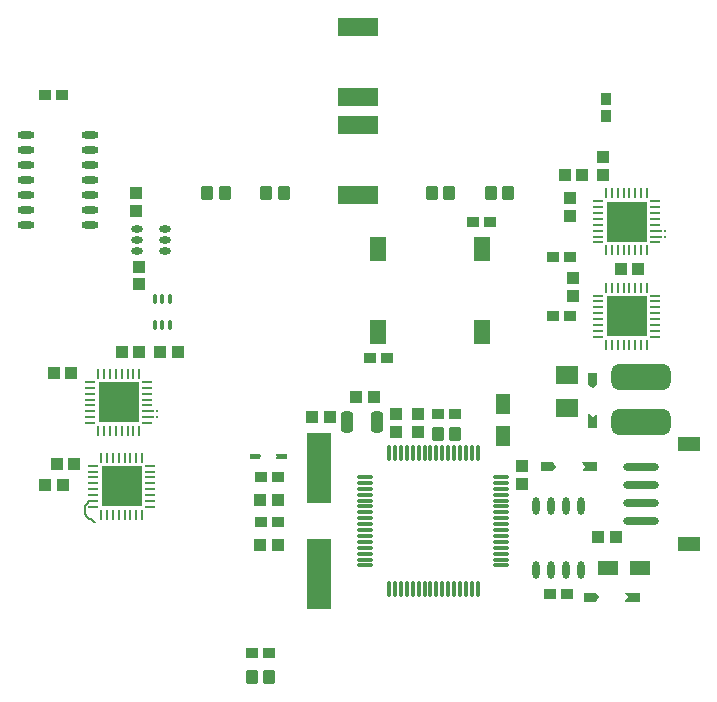
<source format=gbr>
%TF.GenerationSoftware,Altium Limited,Altium Designer,24.7.2 (38)*%
G04 Layer_Color=8421504*
%FSLAX45Y45*%
%MOMM*%
%TF.SameCoordinates,4E20714E-E0DB-4EF4-9D00-32C5CA98EF25*%
%TF.FilePolarity,Positive*%
%TF.FileFunction,Paste,Top*%
%TF.Part,Single*%
G01*
G75*
%TA.AperFunction,SMDPad,CuDef*%
%ADD10O,0.95000X0.25000*%
%ADD11O,0.25000X0.95000*%
%ADD12R,3.45000X3.45000*%
G04:AMPARAMS|DCode=13|XSize=5mm|YSize=2.15mm|CornerRadius=0.5375mm|HoleSize=0mm|Usage=FLASHONLY|Rotation=0.000|XOffset=0mm|YOffset=0mm|HoleType=Round|Shape=RoundedRectangle|*
%AMROUNDEDRECTD13*
21,1,5.00000,1.07500,0,0,0.0*
21,1,3.92500,2.15000,0,0,0.0*
1,1,1.07500,1.96250,-0.53750*
1,1,1.07500,-1.96250,-0.53750*
1,1,1.07500,-1.96250,0.53750*
1,1,1.07500,1.96250,0.53750*
%
%ADD13ROUNDEDRECTD13*%
%ADD14O,1.45000X0.60000*%
%ADD15O,1.40000X0.30000*%
%ADD16O,0.30000X1.40000*%
%ADD17R,3.35000X1.65000*%
%ADD20R,1.90000X1.50000*%
%ADD21R,1.00000X0.95000*%
%ADD22O,3.00000X0.70000*%
%ADD23R,1.90000X1.30000*%
%ADD24R,1.00000X1.05000*%
%ADD25R,2.00000X6.00000*%
%ADD26O,0.35000X0.85000*%
G04:AMPARAMS|DCode=27|XSize=1mm|YSize=1.2mm|CornerRadius=0.15mm|HoleSize=0mm|Usage=FLASHONLY|Rotation=0.000|XOffset=0mm|YOffset=0mm|HoleType=Round|Shape=RoundedRectangle|*
%AMROUNDEDRECTD27*
21,1,1.00000,0.90000,0,0,0.0*
21,1,0.70000,1.20000,0,0,0.0*
1,1,0.30000,0.35000,-0.45000*
1,1,0.30000,-0.35000,-0.45000*
1,1,0.30000,-0.35000,0.45000*
1,1,0.30000,0.35000,0.45000*
%
%ADD27ROUNDEDRECTD27*%
G04:AMPARAMS|DCode=28|XSize=1mm|YSize=1.8mm|CornerRadius=0.25mm|HoleSize=0mm|Usage=FLASHONLY|Rotation=180.000|XOffset=0mm|YOffset=0mm|HoleType=Round|Shape=RoundedRectangle|*
%AMROUNDEDRECTD28*
21,1,1.00000,1.30000,0,0,180.0*
21,1,0.50000,1.80000,0,0,180.0*
1,1,0.50000,-0.25000,0.65000*
1,1,0.50000,0.25000,0.65000*
1,1,0.50000,0.25000,-0.65000*
1,1,0.50000,-0.25000,-0.65000*
%
%ADD28ROUNDEDRECTD28*%
%ADD29R,1.40000X2.00000*%
%ADD30R,1.05000X1.00000*%
%ADD31R,0.16000X0.16000*%
%ADD32O,1.00000X0.60000*%
%ADD35O,0.60000X1.50000*%
%ADD38R,0.95000X1.00000*%
%TA.AperFunction,Conductor*%
%ADD41C,0.16000*%
G36*
X7577500Y5225001D02*
X7502500D01*
Y5325001D01*
X7577500D01*
Y5225001D01*
D02*
G37*
G36*
X7540000Y5200000D02*
X7502500Y5225000D01*
X7577500D01*
X7540000Y5200000D01*
D02*
G37*
G36*
X6840002Y4980802D02*
X6720002D01*
Y5150002D01*
X6840002D01*
Y4980802D01*
D02*
G37*
G36*
X7577500Y4955000D02*
X7540000D01*
X7567500Y4972500D01*
X7577500Y4980000D01*
Y4955000D01*
D02*
G37*
G36*
X7510000Y4975000D02*
X7540000Y4955000D01*
X7502500D01*
Y4980000D01*
X7510000Y4975000D01*
D02*
G37*
G36*
X7577500Y4854999D02*
X7502500D01*
Y4954999D01*
X7577500D01*
Y4854999D01*
D02*
G37*
G36*
X6840002Y4709998D02*
X6720002D01*
Y4879999D01*
X6840002D01*
Y4709998D01*
D02*
G37*
G36*
X4948748Y4600001D02*
X4868750D01*
Y4600000D01*
X4856250D01*
X4861250Y4607500D01*
X4868748Y4619997D01*
Y4620003D01*
X4861250Y4632500D01*
X4856250Y4640000D01*
X4868748D01*
Y4640001D01*
X4948748D01*
Y4600001D01*
D02*
G37*
G36*
X4718751Y4639997D02*
X4728750Y4620000D01*
X4718751Y4600003D01*
Y4600001D01*
X4718750D01*
X4718750Y4600000D01*
Y4600001D01*
X4638751D01*
Y4640001D01*
X4718751D01*
Y4639997D01*
D02*
G37*
G36*
X7475000Y4567499D02*
X7574999D01*
Y4492499D01*
X7474999D01*
Y4492500D01*
X7450000D01*
X7455000Y4500000D01*
X7474999Y4529998D01*
Y4530002D01*
X7457500Y4557500D01*
X7450000Y4567500D01*
X7475000D01*
Y4567499D01*
D02*
G37*
G36*
X7205001D02*
X7205002D01*
Y4567497D01*
X7230000Y4530000D01*
X7205002Y4492504D01*
Y4492499D01*
X7105002D01*
Y4567499D01*
X7205000D01*
Y4567500D01*
X7205001Y4567499D01*
D02*
G37*
G36*
X8019999Y3614999D02*
X7850799D01*
Y3734999D01*
X8019999D01*
Y3614999D01*
D02*
G37*
G36*
X7750001D02*
X7580000D01*
Y3734999D01*
X7750001D01*
Y3614999D01*
D02*
G37*
G36*
X7934998Y3387502D02*
X7835000D01*
Y3387500D01*
X7810000D01*
X7815000Y3395000D01*
X7834998Y3424997D01*
Y3425003D01*
X7817500Y3452500D01*
X7810000Y3462500D01*
X7834998D01*
Y3462502D01*
X7934998D01*
Y3387502D01*
D02*
G37*
G36*
X7565002Y3462497D02*
X7590000Y3425000D01*
X7565002Y3387503D01*
Y3387502D01*
X7565001D01*
X7565000Y3387500D01*
Y3387502D01*
X7465001D01*
Y3462502D01*
X7565002D01*
Y3462497D01*
D02*
G37*
D10*
X3285000Y5250000D02*
D03*
Y5200000D02*
D03*
Y5150000D02*
D03*
Y5100000D02*
D03*
Y5050000D02*
D03*
Y5000000D02*
D03*
Y4950000D02*
D03*
Y4900000D02*
D03*
X3765000D02*
D03*
Y4950000D02*
D03*
Y5000000D02*
D03*
Y5050000D02*
D03*
Y5100000D02*
D03*
Y5150000D02*
D03*
Y5200000D02*
D03*
Y5250000D02*
D03*
X3790000Y4540000D02*
D03*
Y4490000D02*
D03*
Y4440000D02*
D03*
Y4390000D02*
D03*
Y4340000D02*
D03*
Y4290000D02*
D03*
Y4240000D02*
D03*
Y4190000D02*
D03*
X3310000D02*
D03*
Y4240000D02*
D03*
Y4290000D02*
D03*
Y4340000D02*
D03*
Y4390000D02*
D03*
Y4440000D02*
D03*
Y4490000D02*
D03*
Y4540000D02*
D03*
X7585000Y6780000D02*
D03*
Y6730000D02*
D03*
Y6680000D02*
D03*
Y6630000D02*
D03*
Y6580000D02*
D03*
Y6530000D02*
D03*
Y6480000D02*
D03*
Y6430000D02*
D03*
X8065000D02*
D03*
Y6480000D02*
D03*
Y6530000D02*
D03*
Y6580000D02*
D03*
Y6630000D02*
D03*
Y6680000D02*
D03*
Y6730000D02*
D03*
Y6780000D02*
D03*
X8065000Y5980000D02*
D03*
Y5930000D02*
D03*
Y5880000D02*
D03*
Y5830000D02*
D03*
Y5780000D02*
D03*
Y5730000D02*
D03*
Y5680000D02*
D03*
Y5630000D02*
D03*
X7585000D02*
D03*
Y5680000D02*
D03*
Y5730000D02*
D03*
Y5780000D02*
D03*
Y5830000D02*
D03*
Y5880000D02*
D03*
Y5930000D02*
D03*
Y5980000D02*
D03*
D11*
X3350000Y4835000D02*
D03*
X3400000D02*
D03*
X3450000D02*
D03*
X3500000D02*
D03*
X3550000D02*
D03*
X3600000D02*
D03*
X3650000D02*
D03*
X3700000D02*
D03*
Y5315000D02*
D03*
X3650000D02*
D03*
X3600000D02*
D03*
X3550000D02*
D03*
X3500000D02*
D03*
X3450000D02*
D03*
X3400000D02*
D03*
X3350000D02*
D03*
X3375000Y4605000D02*
D03*
X3425000D02*
D03*
X3475000D02*
D03*
X3525000D02*
D03*
X3575000D02*
D03*
X3625000D02*
D03*
X3675000D02*
D03*
X3725000D02*
D03*
Y4125000D02*
D03*
X3675000D02*
D03*
X3625000D02*
D03*
X3575000D02*
D03*
X3525000D02*
D03*
X3475000D02*
D03*
X3425000D02*
D03*
X3375000D02*
D03*
X7650000Y6365000D02*
D03*
X7700000D02*
D03*
X7750000D02*
D03*
X7800000D02*
D03*
X7850000D02*
D03*
X7900000D02*
D03*
X7950000D02*
D03*
X8000000D02*
D03*
Y6845000D02*
D03*
X7950000D02*
D03*
X7900000D02*
D03*
X7850000D02*
D03*
X7800000D02*
D03*
X7750000D02*
D03*
X7700000D02*
D03*
X7650000D02*
D03*
X7650000Y6045000D02*
D03*
X7700000D02*
D03*
X7750000D02*
D03*
X7800000D02*
D03*
X7850000D02*
D03*
X7900000D02*
D03*
X7950000D02*
D03*
X8000000D02*
D03*
Y5565000D02*
D03*
X7950000D02*
D03*
X7900000D02*
D03*
X7850000D02*
D03*
X7800000D02*
D03*
X7750000D02*
D03*
X7700000D02*
D03*
X7650000D02*
D03*
D12*
X3525000Y5075000D02*
D03*
X3550000Y4365000D02*
D03*
X7825000Y6605000D02*
D03*
X7825000Y5805000D02*
D03*
D13*
X7950002Y4907498D02*
D03*
Y5292501D02*
D03*
D14*
X2737500Y7341001D02*
D03*
Y7214001D02*
D03*
Y7087001D02*
D03*
Y6960001D02*
D03*
Y6833001D02*
D03*
Y6706001D02*
D03*
Y6579001D02*
D03*
X3282498Y7341001D02*
D03*
Y7214001D02*
D03*
Y7087001D02*
D03*
Y6960001D02*
D03*
Y6833001D02*
D03*
Y6706001D02*
D03*
Y6579001D02*
D03*
D15*
X5615000Y4445000D02*
D03*
Y4395003D02*
D03*
Y4345000D02*
D03*
Y4294998D02*
D03*
Y4245000D02*
D03*
Y4194998D02*
D03*
Y4145001D02*
D03*
Y4094998D02*
D03*
Y4045001D02*
D03*
Y3994998D02*
D03*
Y3945001D02*
D03*
Y3894999D02*
D03*
Y3845001D02*
D03*
Y3794999D02*
D03*
Y3745001D02*
D03*
Y3694999D02*
D03*
X6765000D02*
D03*
Y3745001D02*
D03*
Y3794999D02*
D03*
Y3845001D02*
D03*
Y3894999D02*
D03*
Y3945001D02*
D03*
Y3994998D02*
D03*
Y4045001D02*
D03*
Y4094998D02*
D03*
Y4145001D02*
D03*
Y4194998D02*
D03*
Y4245000D02*
D03*
Y4294998D02*
D03*
Y4345000D02*
D03*
Y4395003D02*
D03*
Y4445000D02*
D03*
D16*
X5815000Y3494999D02*
D03*
X5865002D02*
D03*
X5915000D02*
D03*
X5965002D02*
D03*
X6014999D02*
D03*
X6065002D02*
D03*
X6114999D02*
D03*
X6165002D02*
D03*
X6214999D02*
D03*
X6265001D02*
D03*
X6314999D02*
D03*
X6365001D02*
D03*
X6414999D02*
D03*
X6465001D02*
D03*
X6514998D02*
D03*
X6565001D02*
D03*
Y4645000D02*
D03*
X6514998D02*
D03*
X6465001D02*
D03*
X6414999D02*
D03*
X6365001D02*
D03*
X6314999D02*
D03*
X6265001D02*
D03*
X6214999D02*
D03*
X6165002D02*
D03*
X6114999D02*
D03*
X6065002D02*
D03*
X6014999D02*
D03*
X5965002D02*
D03*
X5915000D02*
D03*
X5865002D02*
D03*
X5815000D02*
D03*
D17*
X5550002Y8257499D02*
D03*
Y7662499D02*
D03*
Y7422500D02*
D03*
Y6827500D02*
D03*
D20*
X7324999Y5024999D02*
D03*
Y5304998D02*
D03*
D21*
X4797501Y2950002D02*
D03*
X4727499Y4060002D02*
D03*
X4872502D02*
D03*
X6372499Y4980000D02*
D03*
X6227501D02*
D03*
X6527500Y6600002D02*
D03*
X6672499D02*
D03*
X4652498Y2950002D02*
D03*
X4726249Y4440001D02*
D03*
X4871253D02*
D03*
X5797499Y5450002D02*
D03*
X5652501D02*
D03*
X7322500Y3450001D02*
D03*
X7177502D02*
D03*
X7202500Y6305001D02*
D03*
X7347499D02*
D03*
X7205000Y5805002D02*
D03*
X7349998D02*
D03*
X3047502Y7675001D02*
D03*
X2902499D02*
D03*
D22*
X7950002Y4374998D02*
D03*
Y4525000D02*
D03*
Y4074998D02*
D03*
Y4225000D02*
D03*
D23*
X8350001Y4720001D02*
D03*
Y3880002D02*
D03*
D24*
X5875000Y4824999D02*
D03*
Y4975001D02*
D03*
X6059998Y4824999D02*
D03*
Y4975001D02*
D03*
X3674999Y6700002D02*
D03*
Y6849999D02*
D03*
X3699998Y6225002D02*
D03*
Y6074999D02*
D03*
X6940001Y4535002D02*
D03*
Y4385000D02*
D03*
X7624999Y7155002D02*
D03*
Y7005000D02*
D03*
X7349998Y6654998D02*
D03*
Y6805000D02*
D03*
X7375002Y6130000D02*
D03*
Y5979998D02*
D03*
D25*
X5220000Y3619998D02*
D03*
Y4520001D02*
D03*
D26*
X3960002Y5950001D02*
D03*
X3894999D02*
D03*
X3830000D02*
D03*
X3960002Y5730001D02*
D03*
X3894999D02*
D03*
X3830000D02*
D03*
D27*
X6374999Y4809998D02*
D03*
X6225002D02*
D03*
X4649998Y2750002D02*
D03*
X4800001D02*
D03*
X6674998Y6849999D02*
D03*
X6825000D02*
D03*
X6174999D02*
D03*
X6325001D02*
D03*
X4775002D02*
D03*
X4924999D02*
D03*
X4274998D02*
D03*
X4425000D02*
D03*
D28*
X5710001Y4912939D02*
D03*
X5459999D02*
D03*
D29*
X6600002Y6374999D02*
D03*
Y5675000D02*
D03*
X5725003Y6374999D02*
D03*
Y5675000D02*
D03*
D30*
X5315001Y4949998D02*
D03*
X5164999D02*
D03*
X3699998Y5499999D02*
D03*
X3550001D02*
D03*
X4025001D02*
D03*
X3874999D02*
D03*
X4875002Y3870000D02*
D03*
X4724999D02*
D03*
X4875002Y4249999D02*
D03*
X4724999D02*
D03*
X5684998Y5120000D02*
D03*
X5535000D02*
D03*
X7732385Y3938001D02*
D03*
X7582383D02*
D03*
X7449998Y7005000D02*
D03*
X7300001D02*
D03*
X7924998Y6205002D02*
D03*
X7775001D02*
D03*
X2975000Y5324998D02*
D03*
X3125003D02*
D03*
X2999999Y4549999D02*
D03*
X3150001D02*
D03*
X3055000Y4380001D02*
D03*
X2904998D02*
D03*
D31*
X8150001Y6530000D02*
D03*
X8119999D02*
D03*
X8150001Y6480002D02*
D03*
X8119999D02*
D03*
X3850000Y5000000D02*
D03*
X3820003D02*
D03*
X3850000Y4949998D02*
D03*
X3820003D02*
D03*
D32*
X3920002Y6545001D02*
D03*
Y6354999D02*
D03*
Y6450000D02*
D03*
X3679998Y6545001D02*
D03*
Y6354999D02*
D03*
Y6450000D02*
D03*
D35*
X7059498Y3652500D02*
D03*
X7186498D02*
D03*
X7313498D02*
D03*
X7440498D02*
D03*
X7059498Y4197502D02*
D03*
X7186498D02*
D03*
X7313498D02*
D03*
X7440498D02*
D03*
D38*
X7650002Y7647498D02*
D03*
Y7502500D02*
D03*
D41*
X3255786Y4216993D02*
Y4218350D01*
X3239049Y4132280D02*
Y4200256D01*
X3255786Y4216993D01*
X3277438Y4240002D02*
X3310001D01*
X3255786Y4218350D02*
X3277438Y4240002D01*
X3271983Y4092346D02*
X3289235D01*
X3249828Y4114500D02*
X3271983Y4092346D01*
X3289235D02*
X3315441Y4066140D01*
X3323559D01*
X3249828Y4114500D02*
Y4121501D01*
X3239049Y4132280D02*
X3249828Y4121501D01*
%TF.MD5,c2d46f77365dd8c4a7f58cbd0681efb9*%
M02*

</source>
